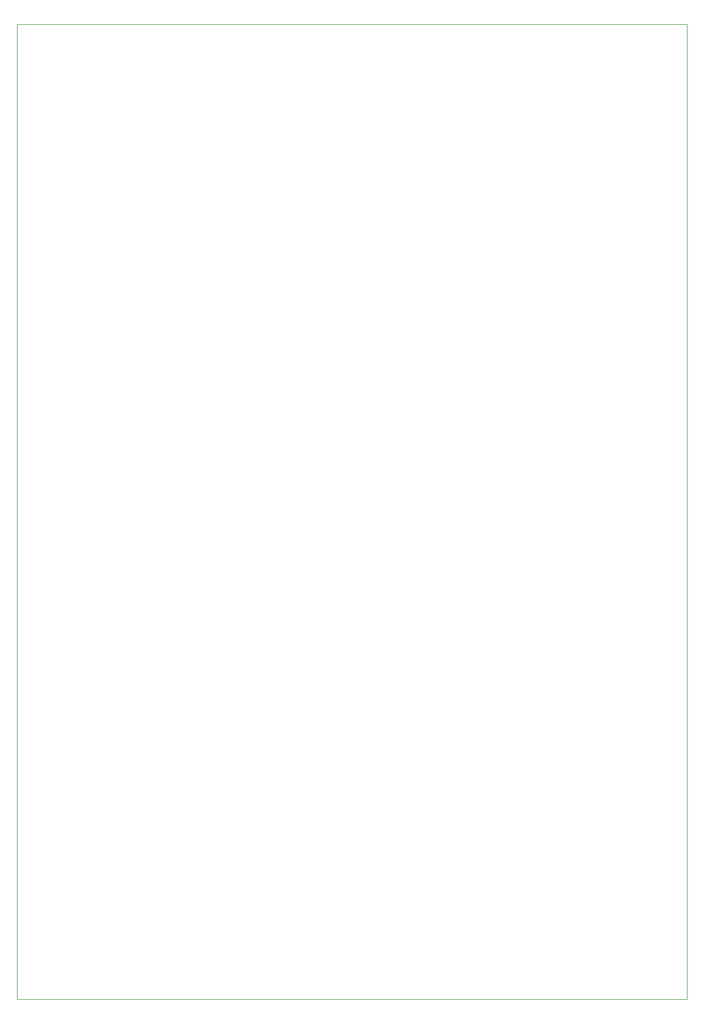
<source format=gm1>
G04 #@! TF.GenerationSoftware,KiCad,Pcbnew,(5.99.0-11727-g1ec70d30af)*
G04 #@! TF.CreationDate,2021-08-20T03:51:17+02:00*
G04 #@! TF.ProjectId,motorcontroller,6d6f746f-7263-46f6-9e74-726f6c6c6572,rev?*
G04 #@! TF.SameCoordinates,Original*
G04 #@! TF.FileFunction,Profile,NP*
%FSLAX46Y46*%
G04 Gerber Fmt 4.6, Leading zero omitted, Abs format (unit mm)*
G04 Created by KiCad (PCBNEW (5.99.0-11727-g1ec70d30af)) date 2021-08-20 03:51:17*
%MOMM*%
%LPD*%
G01*
G04 APERTURE LIST*
G04 #@! TA.AperFunction,Profile*
%ADD10C,0.100000*%
G04 #@! TD*
G04 APERTURE END LIST*
D10*
X25000000Y-25000000D02*
X135000000Y-25000000D01*
X135000000Y-25000000D02*
X135000000Y-185000000D01*
X135000000Y-185000000D02*
X25000000Y-185000000D01*
X25000000Y-185000000D02*
X25000000Y-25000000D01*
M02*

</source>
